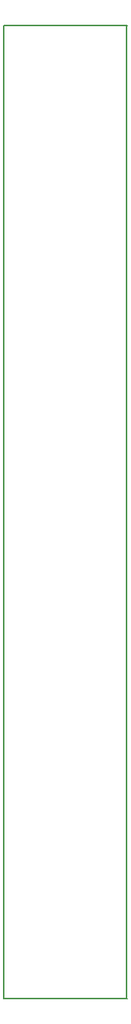
<source format=gko>
G04 Layer_Color=16711935*
%FSLAX25Y25*%
%MOIN*%
G70*
G01*
G75*
%ADD17C,0.00800*%
D17*
X0Y0D02*
X55118D01*
X0D02*
Y433071D01*
X55000Y0D02*
Y433071D01*
X0Y433000D02*
X55118D01*
M02*

</source>
